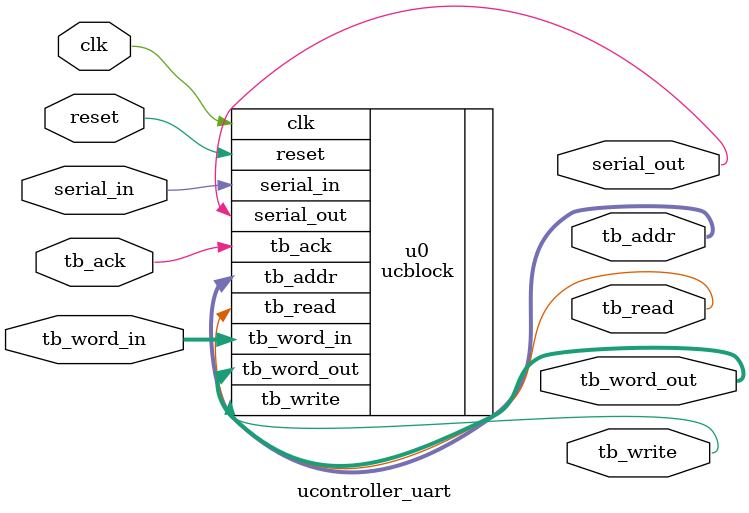
<source format=v>
/*
 Copyright (c) 2007-2010, Trustees of The Leland Stanford Junior University
 All rights reserved.
 
 Redistribution and use in source and binary forms, with or without 
 modification,are permitted provided that the following conditions are met:
 
 Redistributions of source code must retain the above copyright notice, 
 this list of conditions and the following disclaimer. Redistributions in 
 binary form must reproduce the above copyright notice, this list of 
 conditions and the following disclaimer in the documentation and/or
 other materials provided with the distribution. Neither the name of the 
 Stanford University nor the names of its contributors may be used to 
 endorse or promote products derived from this software without
 specific prior written permission.
 
 THIS SOFTWARE IS PROVIDED BY THE COPYRIGHT HOLDERS AND CONTRIBUTORS "AS IS" 
 AND ANY EXPRESS OR IMPLIED WARRANTIES, INCLUDING, BUT NOT LIMITED TO, THE 
 IMPLIED WARRANTIES OF MERCHANTABILITY AND FITNESS FOR A PARTICULAR PURPOSE 
 ARE DISCLAIMED. IN NO EVENT SHALL THE COPYRIGHT OWNER OR CONTRIBUTORS BE 
 LIABLE FOR ANY DIRECT, INDIRECT, INCIDENTAL, SPECIAL, EXEMPLARY, OR 
 CONSEQUENTIAL DAMAGES (INCLUDING, BUT NOT LIMITED TO, PROCUREMENT OF 
 SUBSTITUTE GOODS OR SERVICES; LOSS OF USE, DATA, OR PROFITS; OR BUSINESS 
 INTERRUPTION) HOWEVER CAUSED AND ON ANY THEORY OF LIABILITY, WHETHER IN 
 CONTRACT, STRICT LIABILITY, OR TORT (INCLUDING NEGLIGENCE OR OTHERWISE) 
 ARISING IN ANY WAY OUT OF THE USE OF THIS SOFTWARE, EVEN IF ADVISED OF THE 
 POSSIBILITY OF SUCH DAMAGE.
 */


module ucontroller_uart(/*AUTOARG*/
   // Outputs
   serial_out, tb_addr, tb_word_out, tb_write, tb_read,
   // Inputs
   clk, serial_in, reset, tb_word_in, tb_ack
   );

   output 	serial_out;
   output [15:0] tb_addr;
   output [31:0] tb_word_out;
   output 	 tb_write;
   output 	 tb_read;
   input 	 clk;
   input 	 serial_in;
   input 	 reset;
   input [31:0]  tb_word_in;
   input 	 tb_ack;
   
   ucblock u0 (
    .serial_out(serial_out), 
    .tb_addr(tb_addr), 
    .tb_word_out(tb_word_out), 
    .tb_write(tb_write), 
    .tb_read(tb_read), 
    .clk(clk), 
    .serial_in(serial_in), 
    .reset(reset), 
    .tb_word_in(tb_word_in), 
    .tb_ack(tb_ack)
    );


endmodule // ucontroller_uart

</source>
